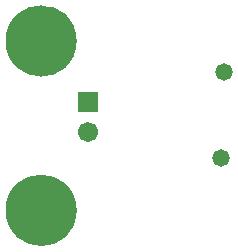
<source format=gbs>
%FSLAX23Y23*%
%MOIN*%
G70*
G01*
G75*
G04 Layer_Color=16711935*
%ADD10R,0.118X0.059*%
%ADD11R,0.118X0.039*%
%ADD12R,0.059X0.059*%
%ADD13R,0.031X0.035*%
%ADD14C,0.010*%
%ADD15R,0.059X0.059*%
%ADD16C,0.059*%
%ADD17C,0.050*%
%ADD18C,0.039*%
%ADD19C,0.236*%
%ADD20C,0.008*%
%ADD21C,0.000*%
%ADD22C,0.004*%
%ADD23C,0.059*%
%ADD24R,0.126X0.067*%
%ADD25R,0.126X0.047*%
%ADD26R,0.067X0.067*%
%ADD27R,0.039X0.043*%
%ADD28R,0.067X0.067*%
%ADD29C,0.067*%
%ADD30C,0.058*%
D18*
X102Y793D02*
D03*
X228D02*
D03*
X165Y819D02*
D03*
X76Y730D02*
D03*
X102Y667D02*
D03*
X165Y641D02*
D03*
X228Y667D02*
D03*
X254Y730D02*
D03*
Y165D02*
D03*
X228Y102D02*
D03*
X165Y76D02*
D03*
X102Y102D02*
D03*
X76Y165D02*
D03*
X165Y254D02*
D03*
X228Y228D02*
D03*
X102D02*
D03*
D19*
X165Y730D02*
D03*
Y165D02*
D03*
D23*
X254Y730D02*
G03*
X254Y730I-89J0D01*
G01*
Y165D02*
G03*
X254Y165I-89J0D01*
G01*
D28*
X320Y525D02*
D03*
D29*
Y425D02*
D03*
D30*
X775Y625D02*
D03*
X765Y340D02*
D03*
M02*

</source>
